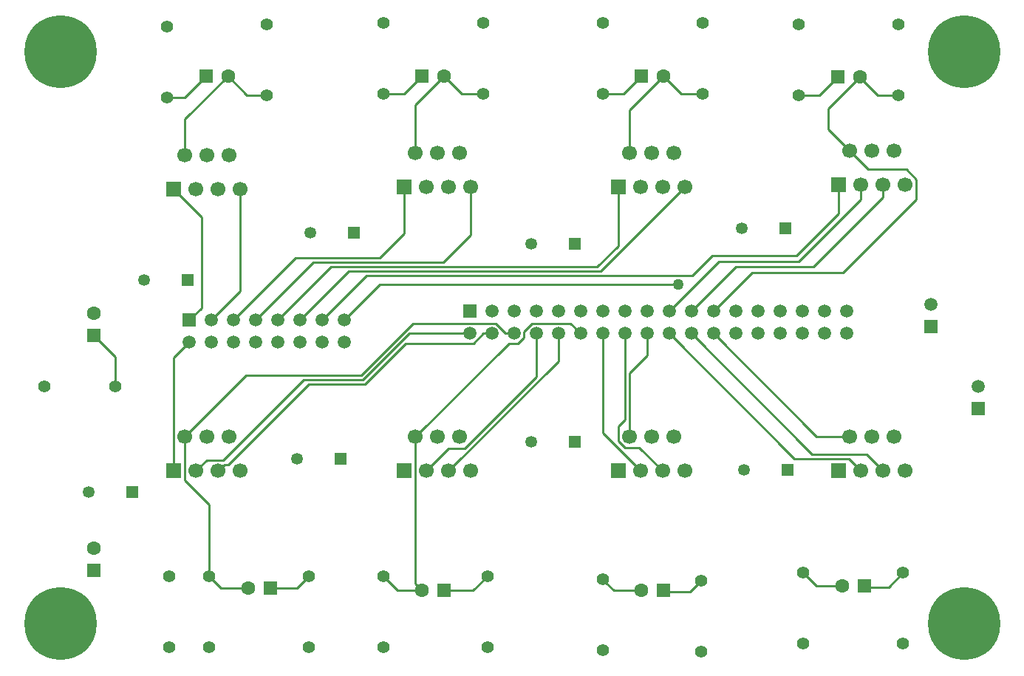
<source format=gtl>
G04 Layer_Physical_Order=1*
G04 Layer_Color=255*
%FSLAX25Y25*%
%MOIN*%
G70*
G01*
G75*
%ADD10C,0.01000*%
%ADD11C,0.06693*%
%ADD12R,0.06693X0.06693*%
%ADD13C,0.05512*%
%ADD14C,0.32677*%
%ADD15R,0.05906X0.05906*%
%ADD16C,0.05906*%
%ADD17R,0.05906X0.05906*%
%ADD18R,0.06299X0.06299*%
%ADD19C,0.06299*%
%ADD20R,0.06299X0.06299*%
%ADD21C,0.05315*%
%ADD22R,0.05315X0.05315*%
%ADD23C,0.05000*%
D10*
X172500Y36000D02*
X183500D01*
X167500Y41000D02*
X172500Y36000D01*
X193500Y35049D02*
X194451Y36000D01*
X206500D02*
X213000Y42500D01*
X194451Y36000D02*
X206500D01*
X394000Y37500D02*
X400500Y44000D01*
X355500D02*
X361500Y38000D01*
X373000D01*
X315000Y152000D02*
X361646Y105354D01*
X376500D01*
X383000Y37500D02*
X394000D01*
X281000Y36000D02*
X282025Y37025D01*
X270000Y36000D02*
X281000D01*
X266500Y39500D02*
X270000Y36000D01*
X265000Y39500D02*
X266500D01*
X308000Y39000D02*
X309500D01*
X304500Y35500D02*
X308000Y39000D01*
X292500Y35500D02*
X304500D01*
X76653Y85725D02*
Y105508D01*
X92951Y37049D02*
X105000D01*
X87500Y42500D02*
X92951Y37049D01*
X131500Y41500D02*
X132500D01*
X127049Y37049D02*
X131500Y41500D01*
X115000Y37049D02*
X127049D01*
X180500Y39000D02*
X183500Y36000D01*
X180500Y39000D02*
Y105354D01*
X277000Y252561D02*
X292500Y268061D01*
X277000Y233354D02*
Y252561D01*
X300561Y260000D02*
X310000D01*
X292500Y268061D02*
X300561Y260000D01*
X222693Y147547D02*
X226844D01*
X180500Y105354D02*
X222693Y147547D01*
X235000Y132328D02*
Y152000D01*
X202672Y100000D02*
X235000Y132328D01*
X195500Y100000D02*
X202672D01*
X185500Y90000D02*
X195500Y100000D01*
X210000Y260000D02*
X211000Y261000D01*
X112000Y259500D02*
X113500Y261000D01*
X397500Y259500D02*
X398500Y260500D01*
X366939Y243915D02*
X384854Y226000D01*
X166000Y261000D02*
X167000Y260000D01*
X175439D02*
X183500Y268061D01*
X167000Y260000D02*
X175439D01*
X274439D02*
X282500Y268061D01*
X267000Y260000D02*
X274439D01*
X266000Y261000D02*
X267000Y260000D01*
X353500Y260500D02*
X354500Y259500D01*
X362939D02*
X371000Y267561D01*
X354500Y259500D02*
X362939D01*
X389061D02*
X397500D01*
X381031Y267530D02*
X389061Y259500D01*
X325000Y182000D02*
X360000D01*
X305000Y162000D02*
X325000Y182000D01*
X317500Y184500D02*
X353500D01*
X295000Y162000D02*
X317500Y184500D01*
X281492Y100508D02*
X292000Y90000D01*
X274992Y100508D02*
X281492D01*
X265000Y107000D02*
X282000Y90000D01*
X265000Y107000D02*
Y152000D01*
X272153Y110153D02*
X275000Y113000D01*
X272153Y103347D02*
Y110153D01*
Y103347D02*
X274992Y100508D01*
X275000Y113000D02*
Y152000D01*
X96175Y92847D02*
X132328Y129000D01*
X94346Y92847D02*
X96175D01*
X132328Y129000D02*
X157657D01*
X130000Y131000D02*
X156828D01*
X93846Y94846D02*
X130000Y131000D01*
X86347Y94846D02*
X93846D01*
X91500Y90000D02*
X94346Y92847D01*
X76653Y85725D02*
X87500Y74879D01*
X76653Y105508D02*
X104146Y133000D01*
X81500Y90000D02*
X86347Y94846D01*
X156828Y131000D02*
X177828Y152000D01*
X384000Y97500D02*
X391500Y90000D01*
X359500Y97500D02*
X384000D01*
X44000Y128000D02*
X45000Y129000D01*
X366939Y243915D02*
Y253500D01*
X381000Y267561D01*
X87500Y42500D02*
Y74879D01*
Y40500D02*
Y42500D01*
X272000Y191500D02*
Y218000D01*
X262500Y182000D02*
X272000Y191500D01*
X142500Y182000D02*
X262500D01*
X264000Y180000D02*
X302000Y218000D01*
X150500Y180000D02*
X264000D01*
X305500Y178000D02*
X314500Y187000D01*
X158500Y178000D02*
X305500D01*
X138500Y158000D02*
X158500Y178000D01*
X164500Y174000D02*
X299000D01*
X148500Y158000D02*
X164500Y174000D01*
X128500Y158000D02*
X150500Y180000D01*
X118500Y158000D02*
X142500Y182000D01*
X193000Y184000D02*
X205500Y196500D01*
X134500Y184000D02*
X193000D01*
X108500Y158000D02*
X134500Y184000D01*
X352500Y187000D02*
X371500Y206000D01*
X314500Y187000D02*
X352500D01*
X371500Y206000D02*
Y219000D01*
X391500Y213500D02*
Y219000D01*
X360000Y182000D02*
X391500Y213500D01*
X381500Y212500D02*
Y219000D01*
X353500Y184500D02*
X381500Y212500D01*
X226844Y147547D02*
X229453Y150156D01*
Y152750D01*
X250500Y156500D02*
X255000Y152000D01*
X233203Y156500D02*
X250500D01*
X229453Y152750D02*
X233203Y156500D01*
X406500Y212500D02*
Y221500D01*
X402000Y226000D02*
X406500Y221500D01*
X384854Y226000D02*
X402000D01*
X373500Y179500D02*
X406500Y212500D01*
X71500Y217000D02*
X84000Y204500D01*
Y163500D02*
Y204500D01*
X78500Y158000D02*
X84000Y163500D01*
X71500Y141000D02*
X78500Y148000D01*
X71500Y90000D02*
Y141000D01*
X175500Y197000D02*
Y218000D01*
X164500Y186000D02*
X175500Y197000D01*
X126500Y186000D02*
X164500D01*
X176204Y147547D02*
X206844D01*
X211297Y152000D01*
X179453Y156453D02*
X216844D01*
X156000Y133000D02*
X179453Y156453D01*
X216844D02*
X221297Y152000D01*
X332500Y179500D02*
X373500D01*
X101500Y171000D02*
Y217000D01*
X76500Y232354D02*
Y248561D01*
X205500Y196500D02*
Y218000D01*
X285000Y142000D02*
Y152000D01*
X305000D02*
X359500Y97500D01*
X295000Y152000D02*
X351500Y95500D01*
X315000Y162000D02*
X332500Y179500D01*
X211297Y152000D02*
X215000D01*
X177828D02*
X205000D01*
X221297D02*
X225000D01*
X282500Y35500D02*
Y36000D01*
X76500Y248561D02*
X96000Y268061D01*
X68500Y258500D02*
X76439D01*
X86000Y268061D01*
X98500Y158000D02*
X126500Y186000D01*
X88500Y158000D02*
X101500Y171000D01*
X157657Y129000D02*
X176204Y147547D01*
X104146Y133000D02*
X156000D01*
X180500Y233354D02*
Y255061D01*
X193500Y268061D01*
X45000Y129000D02*
Y141500D01*
X35500Y151000D02*
X45000Y141500D01*
X351500Y95500D02*
X376000D01*
X381500Y90000D01*
X193500Y268061D02*
X201561Y260000D01*
X210000D01*
X96000Y268061D02*
X104561Y259500D01*
X112000D01*
X195500Y90000D02*
X245000Y139500D01*
Y152000D01*
X277000Y105354D02*
Y134000D01*
X285000Y142000D01*
D11*
X401500Y219000D02*
D03*
X396500Y234354D02*
D03*
X391500Y219000D02*
D03*
X386500Y234354D02*
D03*
X381500Y219000D02*
D03*
X376500Y234354D02*
D03*
X401500Y90000D02*
D03*
X396500Y105354D02*
D03*
X391500Y90000D02*
D03*
X386500Y105354D02*
D03*
X381500Y90000D02*
D03*
X376500Y105354D02*
D03*
X205500Y218000D02*
D03*
X200500Y233354D02*
D03*
X195500Y218000D02*
D03*
X190500Y233354D02*
D03*
X185500Y218000D02*
D03*
X180500Y233354D02*
D03*
X205500Y90000D02*
D03*
X200500Y105354D02*
D03*
X195500Y90000D02*
D03*
X190500Y105354D02*
D03*
X185500Y90000D02*
D03*
X180500Y105354D02*
D03*
X101500Y90000D02*
D03*
X96500Y105354D02*
D03*
X91500Y90000D02*
D03*
X86500Y105354D02*
D03*
X81500Y90000D02*
D03*
X76500Y105354D02*
D03*
X101500Y217000D02*
D03*
X96500Y232354D02*
D03*
X91500Y217000D02*
D03*
X86500Y232354D02*
D03*
X81500Y217000D02*
D03*
X76500Y232354D02*
D03*
X302000Y218000D02*
D03*
X297000Y233354D02*
D03*
X292000Y218000D02*
D03*
X287000Y233354D02*
D03*
X282000Y218000D02*
D03*
X277000Y233354D02*
D03*
X302000Y90000D02*
D03*
X297000Y105354D02*
D03*
X292000Y90000D02*
D03*
X287000Y105354D02*
D03*
X282000Y90000D02*
D03*
X277000Y105354D02*
D03*
D12*
X371500Y219000D02*
D03*
Y90000D02*
D03*
X175500Y218000D02*
D03*
Y90000D02*
D03*
X71500D02*
D03*
Y217000D02*
D03*
X272000Y218000D02*
D03*
Y90000D02*
D03*
D13*
X13000Y128000D02*
D03*
X45000D02*
D03*
X87500Y10500D02*
D03*
Y42500D02*
D03*
X355500Y12000D02*
D03*
Y44000D02*
D03*
X265000Y9000D02*
D03*
Y41000D02*
D03*
X398500Y291500D02*
D03*
Y259500D02*
D03*
X166000Y10500D02*
D03*
Y42500D02*
D03*
X310000Y292000D02*
D03*
Y260000D02*
D03*
X211000Y292000D02*
D03*
Y260000D02*
D03*
X113500Y291500D02*
D03*
Y259500D02*
D03*
X265000Y292000D02*
D03*
Y260000D02*
D03*
X213000Y10500D02*
D03*
Y42500D02*
D03*
X400500Y12000D02*
D03*
Y44000D02*
D03*
X132500Y10500D02*
D03*
Y42500D02*
D03*
X309500Y8500D02*
D03*
Y40500D02*
D03*
X166000Y292000D02*
D03*
Y260000D02*
D03*
X353500Y291500D02*
D03*
Y259500D02*
D03*
X68500Y290500D02*
D03*
Y258500D02*
D03*
X69500Y10500D02*
D03*
Y42500D02*
D03*
D14*
X428000Y21000D02*
D03*
X20500D02*
D03*
X428000Y279000D02*
D03*
X20500D02*
D03*
D15*
X78500Y158000D02*
D03*
X205000Y162000D02*
D03*
D16*
X78500Y148000D02*
D03*
X88500Y158000D02*
D03*
Y148000D02*
D03*
X98500Y158000D02*
D03*
Y148000D02*
D03*
X108500Y158000D02*
D03*
Y148000D02*
D03*
X118500Y158000D02*
D03*
Y148000D02*
D03*
X128500Y158000D02*
D03*
Y148000D02*
D03*
X138500Y158000D02*
D03*
Y148000D02*
D03*
X148500Y158000D02*
D03*
Y148000D02*
D03*
X375000Y152000D02*
D03*
Y162000D02*
D03*
X365000Y152000D02*
D03*
Y162000D02*
D03*
X355000Y152000D02*
D03*
Y162000D02*
D03*
X345000Y152000D02*
D03*
Y162000D02*
D03*
X335000Y152000D02*
D03*
Y162000D02*
D03*
X325000Y152000D02*
D03*
Y162000D02*
D03*
X315000Y152000D02*
D03*
Y162000D02*
D03*
X305000Y152000D02*
D03*
Y162000D02*
D03*
X295000Y152000D02*
D03*
Y162000D02*
D03*
X285000Y152000D02*
D03*
Y162000D02*
D03*
X275000Y152000D02*
D03*
Y162000D02*
D03*
X265000Y152000D02*
D03*
Y162000D02*
D03*
X255000Y152000D02*
D03*
Y162000D02*
D03*
X245000Y152000D02*
D03*
Y162000D02*
D03*
X235000Y152000D02*
D03*
Y162000D02*
D03*
X225000Y152000D02*
D03*
Y162000D02*
D03*
X215000Y152000D02*
D03*
Y162000D02*
D03*
X205000Y152000D02*
D03*
X413000Y165000D02*
D03*
X434500Y128000D02*
D03*
D17*
X413000Y155000D02*
D03*
X434500Y118000D02*
D03*
D18*
X35500Y151000D02*
D03*
Y45000D02*
D03*
D19*
Y161000D02*
D03*
X373000Y38000D02*
D03*
X105000Y37049D02*
D03*
X381000Y267561D02*
D03*
X292500Y268061D02*
D03*
X193500D02*
D03*
X282500Y36000D02*
D03*
X96000Y268061D02*
D03*
X183500Y36000D02*
D03*
X35500Y55000D02*
D03*
D20*
X383000Y38000D02*
D03*
X115000Y37049D02*
D03*
X371000Y267561D02*
D03*
X282500Y268061D02*
D03*
X183500D02*
D03*
X292500Y36000D02*
D03*
X86000Y268061D02*
D03*
X193500Y36000D02*
D03*
D21*
X328658Y90500D02*
D03*
X327658Y199500D02*
D03*
X232658Y103000D02*
D03*
Y192500D02*
D03*
X133158Y197500D02*
D03*
X127157Y95500D02*
D03*
X58157Y176000D02*
D03*
X33000Y80500D02*
D03*
D22*
X348342Y90500D02*
D03*
X347342Y199500D02*
D03*
X252343Y103000D02*
D03*
Y192500D02*
D03*
X152842Y197500D02*
D03*
X146843Y95500D02*
D03*
X77842Y176000D02*
D03*
X52685Y80500D02*
D03*
D23*
X299000Y174000D02*
D03*
M02*

</source>
